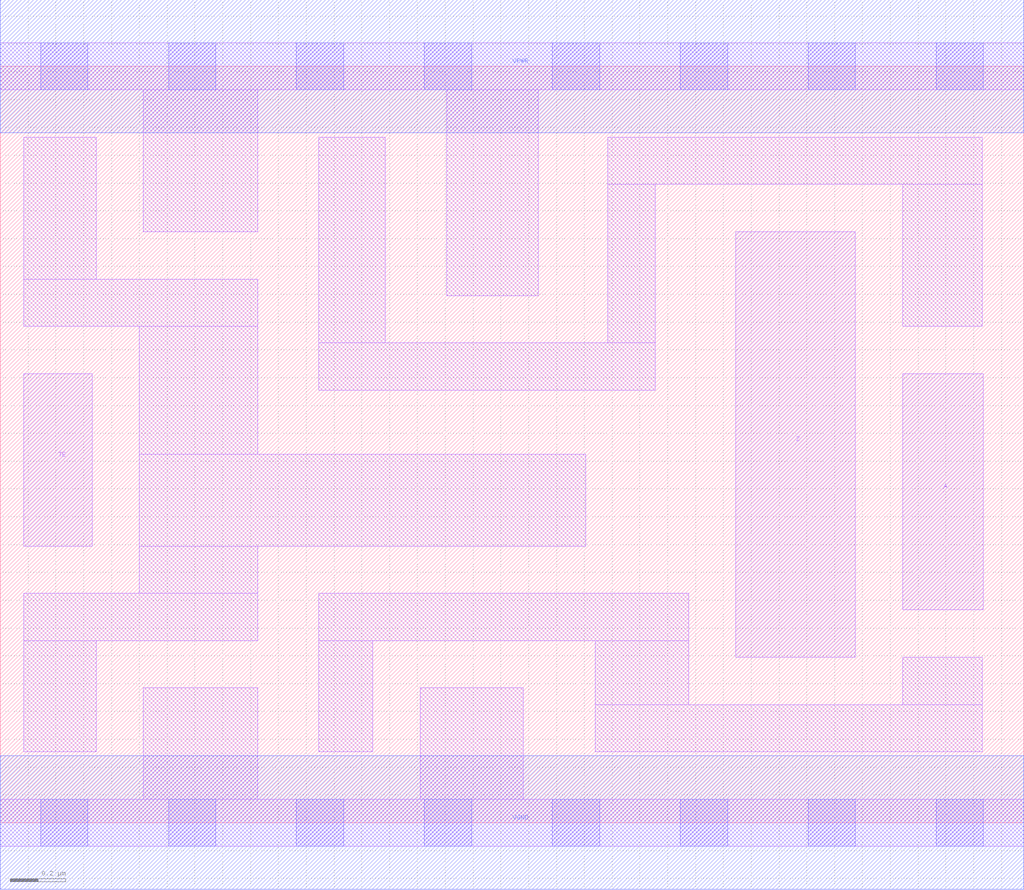
<source format=lef>
# Copyright 2020 The SkyWater PDK Authors
#
# Licensed under the Apache License, Version 2.0 (the "License");
# you may not use this file except in compliance with the License.
# You may obtain a copy of the License at
#
#     https://www.apache.org/licenses/LICENSE-2.0
#
# Unless required by applicable law or agreed to in writing, software
# distributed under the License is distributed on an "AS IS" BASIS,
# WITHOUT WARRANTIES OR CONDITIONS OF ANY KIND, either express or implied.
# See the License for the specific language governing permissions and
# limitations under the License.
#
# SPDX-License-Identifier: Apache-2.0

VERSION 5.7 ;
BUSBITCHARS "[]" ;
DIVIDERCHAR "/" ;
PROPERTYDEFINITIONS
  MACRO maskLayoutSubType STRING ;
  MACRO prCellType STRING ;
  MACRO originalViewName STRING ;
END PROPERTYDEFINITIONS
MACRO sky130_fd_sc_hdll__einvp_2
  ORIGIN  0.000000  0.000000 ;
  CLASS CORE ;
  SYMMETRY X Y R90 ;
  SIZE  3.680000 BY  2.720000 ;
  SITE unithd ;
  PIN A
    ANTENNAGATEAREA  0.555000 ;
    DIRECTION INPUT ;
    USE SIGNAL ;
    PORT
      LAYER li1 ;
        RECT 3.245000 0.765000 3.535000 1.615000 ;
    END
  END A
  PIN TE
    ANTENNAGATEAREA  0.373200 ;
    DIRECTION INPUT ;
    USE SIGNAL ;
    PORT
      LAYER li1 ;
        RECT 0.085000 0.995000 0.330000 1.615000 ;
    END
  END TE
  PIN VGND
    DIRECTION INOUT ;
    USE SIGNAL ;
    PORT
      LAYER met1 ;
        RECT 0.000000 -0.240000 3.680000 0.240000 ;
    END
  END VGND
  PIN VPWR
    DIRECTION INOUT ;
    USE SIGNAL ;
    PORT
      LAYER met1 ;
        RECT 0.000000 2.480000 3.680000 2.960000 ;
    END
  END VPWR
  PIN Z
    ANTENNADIFFAREA  0.530500 ;
    DIRECTION OUTPUT ;
    USE SIGNAL ;
    PORT
      LAYER li1 ;
        RECT 2.645000 0.595000 3.075000 2.125000 ;
    END
  END Z
  OBS
    LAYER li1 ;
      RECT 0.000000 -0.085000 3.680000 0.085000 ;
      RECT 0.000000  2.635000 3.680000 2.805000 ;
      RECT 0.085000  0.255000 0.345000 0.655000 ;
      RECT 0.085000  0.655000 0.925000 0.825000 ;
      RECT 0.085000  1.785000 0.925000 1.955000 ;
      RECT 0.085000  1.955000 0.345000 2.465000 ;
      RECT 0.500000  0.825000 0.925000 0.995000 ;
      RECT 0.500000  0.995000 2.105000 1.325000 ;
      RECT 0.500000  1.325000 0.925000 1.785000 ;
      RECT 0.515000  0.085000 0.925000 0.485000 ;
      RECT 0.515000  2.125000 0.925000 2.635000 ;
      RECT 1.145000  0.255000 1.340000 0.655000 ;
      RECT 1.145000  0.655000 2.475000 0.825000 ;
      RECT 1.145000  1.555000 2.355000 1.725000 ;
      RECT 1.145000  1.725000 1.385000 2.465000 ;
      RECT 1.510000  0.085000 1.880000 0.485000 ;
      RECT 1.605000  1.895000 1.935000 2.635000 ;
      RECT 2.140000  0.255000 3.530000 0.425000 ;
      RECT 2.140000  0.425000 2.475000 0.655000 ;
      RECT 2.185000  1.725000 2.355000 2.295000 ;
      RECT 2.185000  2.295000 3.530000 2.465000 ;
      RECT 3.245000  0.425000 3.530000 0.595000 ;
      RECT 3.245000  1.785000 3.530000 2.295000 ;
    LAYER mcon ;
      RECT 0.145000 -0.085000 0.315000 0.085000 ;
      RECT 0.145000  2.635000 0.315000 2.805000 ;
      RECT 0.605000 -0.085000 0.775000 0.085000 ;
      RECT 0.605000  2.635000 0.775000 2.805000 ;
      RECT 1.065000 -0.085000 1.235000 0.085000 ;
      RECT 1.065000  2.635000 1.235000 2.805000 ;
      RECT 1.525000 -0.085000 1.695000 0.085000 ;
      RECT 1.525000  2.635000 1.695000 2.805000 ;
      RECT 1.985000 -0.085000 2.155000 0.085000 ;
      RECT 1.985000  2.635000 2.155000 2.805000 ;
      RECT 2.445000 -0.085000 2.615000 0.085000 ;
      RECT 2.445000  2.635000 2.615000 2.805000 ;
      RECT 2.905000 -0.085000 3.075000 0.085000 ;
      RECT 2.905000  2.635000 3.075000 2.805000 ;
      RECT 3.365000 -0.085000 3.535000 0.085000 ;
      RECT 3.365000  2.635000 3.535000 2.805000 ;
  END
  PROPERTY maskLayoutSubType "abstract" ;
  PROPERTY prCellType "standard" ;
  PROPERTY originalViewName "layout" ;
END sky130_fd_sc_hdll__einvp_2
END LIBRARY

</source>
